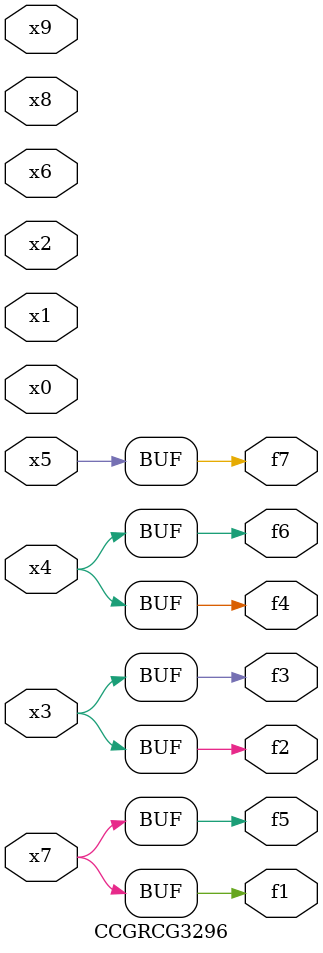
<source format=v>
module CCGRCG3296(
	input x0, x1, x2, x3, x4, x5, x6, x7, x8, x9,
	output f1, f2, f3, f4, f5, f6, f7
);
	assign f1 = x7;
	assign f2 = x3;
	assign f3 = x3;
	assign f4 = x4;
	assign f5 = x7;
	assign f6 = x4;
	assign f7 = x5;
endmodule

</source>
